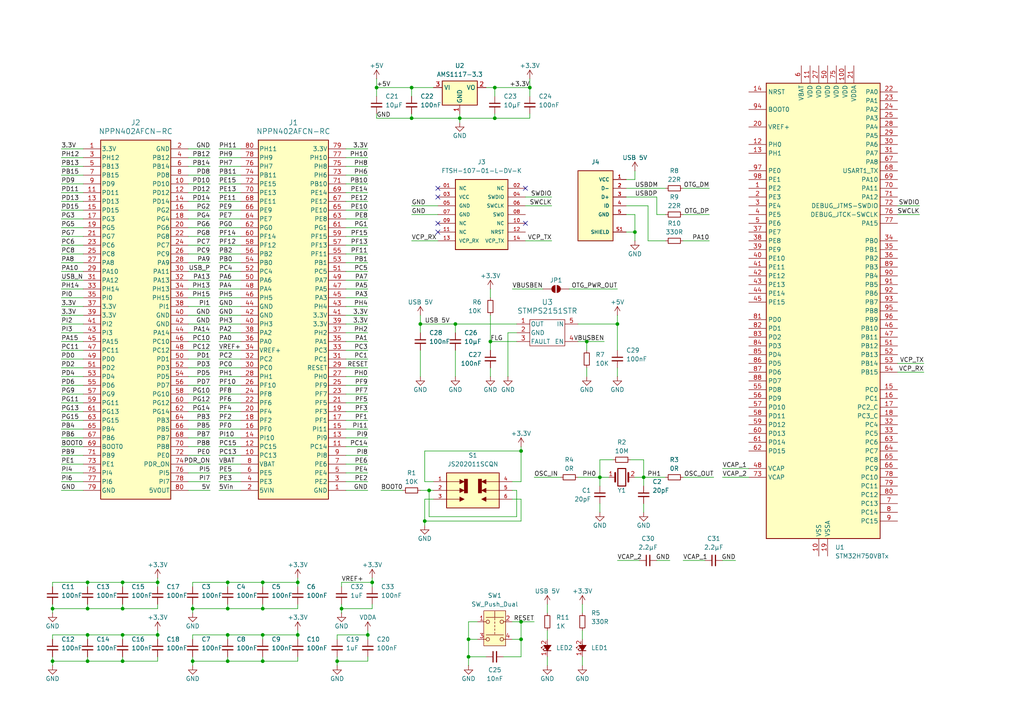
<source format=kicad_sch>
(kicad_sch (version 20231120) (generator "eeschema") (generator_version "8.0")
  (paper "A4")
  (title_block (title "MCU Daughter Board STM32H750VB Full Speed USB") (date "2024-11-10") (rev "0") (company "Synclavier Digital") (comment 3 "C. Jones") (comment 4 "© 2024 Synclavier Digital"))
  (junction (at 184.15 67.31))
  (junction (at 151.13 130.81))
  (junction (at 45.72 168.91))
  (junction (at 66.04 191.77))
  (junction (at 25.4 168.91))
  (junction (at 179.07 93.98))
  (junction (at 107.95 168.91))
  (junction (at 25.4 176.53))
  (junction (at 25.4 191.77))
  (junction (at 76.2 184.15))
  (junction (at 86.36 184.15))
  (junction (at 123.19 151.13))
  (junction (at 66.04 168.91))
  (junction (at 143.51 34.29))
  (junction (at 55.88 176.53))
  (junction (at 135.89 190.5))
  (junction (at 119.38 34.29))
  (junction (at 15.24 191.77))
  (junction (at 35.56 184.15))
  (junction (at 97.79 191.77))
  (junction (at 151.13 185.42))
  (junction (at 25.4 184.15))
  (junction (at 76.2 176.53))
  (junction (at 106.68 184.15))
  (junction (at 135.89 185.42))
  (junction (at 86.36 168.91))
  (junction (at 35.56 176.53))
  (junction (at 121.92 93.98))
  (junction (at 133.35 34.29))
  (junction (at 173.99 138.43))
  (junction (at 76.2 191.77))
  (junction (at 119.38 25.4))
  (junction (at 132.08 93.98))
  (junction (at 35.56 168.91))
  (junction (at 170.18 99.06))
  (junction (at 109.22 25.4))
  (junction (at 99.06 176.53))
  (junction (at 35.56 191.77))
  (junction (at 76.2 168.91))
  (junction (at 142.24 99.06))
  (junction (at 55.88 191.77))
  (junction (at 124.46 142.24))
  (junction (at 66.04 176.53))
  (junction (at 15.24 176.53))
  (junction (at 143.51 25.4))
  (junction (at 153.67 25.4))
  (junction (at 186.69 138.43))
  (junction (at 66.04 184.15))
  (junction (at 151.13 180.34))
  (junction (at 45.72 184.15))
  (no_connect (at 127 67.31))
  (no_connect (at 152.4 54.61))
  (no_connect (at 127 64.77))
  (no_connect (at 152.4 64.77))
  (no_connect (at 127 54.61))
  (no_connect (at 127 57.15))
  (wire (pts (xy 158.75 175.26) (xy 158.75 177.8)))
  (wire (pts (xy 24.13 53.34) (xy 17.78 53.34)))
  (wire (pts (xy 123.19 151.13) (xy 123.19 152.4)))
  (wire (pts (xy 55.88 191.77) (xy 55.88 193.04)))
  (wire (pts (xy 151.13 190.5) (xy 151.13 185.42)))
  (wire (pts (xy 100.33 88.9) (xy 106.68 88.9)))
  (wire (pts (xy 187.96 59.69) (xy 187.96 69.85)))
  (wire (pts (xy 66.04 184.15) (xy 76.2 184.15)))
  (wire (pts (xy 60.96 91.44) (xy 54.61 91.44)))
  (wire (pts (xy 45.72 190.5) (xy 45.72 191.77)))
  (wire (pts (xy 45.72 184.15) (xy 45.72 185.42)))
  (wire (pts (xy 25.4 168.91) (xy 25.4 170.18)))
  (wire (pts (xy 142.24 99.06) (xy 142.24 101.6)))
  (wire (pts (xy 63.5 81.28) (xy 69.85 81.28)))
  (wire (pts (xy 60.96 139.7) (xy 54.61 139.7)))
  (wire (pts (xy 76.2 190.5) (xy 76.2 191.77)))
  (wire (pts (xy 100.33 124.46) (xy 106.68 124.46)))
  (wire (pts (xy 119.38 62.23) (xy 127 62.23)))
  (wire (pts (xy 151.13 180.34) (xy 151.13 185.42)))
  (wire (pts (xy 60.96 58.42) (xy 54.61 58.42)))
  (wire (pts (xy 170.18 99.06) (xy 175.26 99.06)))
  (wire (pts (xy 55.88 176.53) (xy 66.04 176.53)))
  (wire (pts (xy 35.56 184.15) (xy 45.72 184.15)))
  (wire (pts (xy 60.96 53.34) (xy 54.61 53.34)))
  (wire (pts (xy 60.96 66.04) (xy 54.61 66.04)))
  (wire (pts (xy 60.96 127) (xy 54.61 127)))
  (wire (pts (xy 109.22 25.4) (xy 119.38 25.4)))
  (wire (pts (xy 142.24 91.44) (xy 142.24 99.06)))
  (wire (pts (xy 99.06 175.26) (xy 99.06 176.53)))
  (wire (pts (xy 100.33 96.52) (xy 106.68 96.52)))
  (wire (pts (xy 209.55 162.56) (xy 213.36 162.56)))
  (wire (pts (xy 182.88 133.35) (xy 186.69 133.35)))
  (wire (pts (xy 63.5 106.68) (xy 69.85 106.68)))
  (wire (pts (xy 63.5 114.3) (xy 69.85 114.3)))
  (wire (pts (xy 60.96 134.62) (xy 54.61 134.62)))
  (wire (pts (xy 168.91 175.26) (xy 168.91 177.8)))
  (wire (pts (xy 106.68 182.88) (xy 106.68 184.15)))
  (wire (pts (xy 24.13 96.52) (xy 17.78 96.52)))
  (wire (pts (xy 63.5 139.7) (xy 69.85 139.7)))
  (wire (pts (xy 63.5 142.24) (xy 69.85 142.24)))
  (wire (pts (xy 24.13 116.84) (xy 17.78 116.84)))
  (wire (pts (xy 186.69 138.43) (xy 186.69 140.97)))
  (wire (pts (xy 24.13 111.76) (xy 17.78 111.76)))
  (wire (pts (xy 143.51 33.02) (xy 143.51 34.29)))
  (wire (pts (xy 123.19 151.13) (xy 151.13 151.13)))
  (wire (pts (xy 24.13 66.04) (xy 17.78 66.04)))
  (wire (pts (xy 55.88 170.18) (xy 55.88 168.91)))
  (wire (pts (xy 152.4 57.15) (xy 160.02 57.15)))
  (wire (pts (xy 149.86 149.86) (xy 124.46 149.86)))
  (wire (pts (xy 63.5 73.66) (xy 69.85 73.66)))
  (wire (pts (xy 60.96 104.14) (xy 54.61 104.14)))
  (wire (pts (xy 100.33 114.3) (xy 106.68 114.3)))
  (wire (pts (xy 63.5 111.76) (xy 69.85 111.76)))
  (wire (pts (xy 63.5 132.08) (xy 69.85 132.08)))
  (wire (pts (xy 100.33 73.66) (xy 106.68 73.66)))
  (wire (pts (xy 63.5 45.72) (xy 69.85 45.72)))
  (wire (pts (xy 142.24 99.06) (xy 149.86 99.06)))
  (wire (pts (xy 63.5 96.52) (xy 69.85 96.52)))
  (wire (pts (xy 140.97 25.4) (xy 143.51 25.4)))
  (wire (pts (xy 173.99 133.35) (xy 173.99 138.43)))
  (wire (pts (xy 60.96 114.3) (xy 54.61 114.3)))
  (wire (pts (xy 25.4 184.15) (xy 35.56 184.15)))
  (wire (pts (xy 60.96 63.5) (xy 54.61 63.5)))
  (wire (pts (xy 153.67 34.29) (xy 143.51 34.29)))
  (wire (pts (xy 60.96 96.52) (xy 54.61 96.52)))
  (wire (pts (xy 100.33 104.14) (xy 106.68 104.14)))
  (wire (pts (xy 148.59 83.82) (xy 157.48 83.82)))
  (wire (pts (xy 86.36 182.88) (xy 86.36 184.15)))
  (wire (pts (xy 63.5 116.84) (xy 69.85 116.84)))
  (wire (pts (xy 170.18 106.68) (xy 170.18 109.22)))
  (wire (pts (xy 179.07 162.56) (xy 185.42 162.56)))
  (wire (pts (xy 132.08 93.98) (xy 121.92 93.98)))
  (wire (pts (xy 24.13 139.7) (xy 17.78 139.7)))
  (wire (pts (xy 125.73 144.78) (xy 123.19 144.78)))
  (wire (pts (xy 63.5 63.5) (xy 69.85 63.5)))
  (wire (pts (xy 66.04 190.5) (xy 66.04 191.77)))
  (wire (pts (xy 148.59 139.7) (xy 151.13 139.7)))
  (wire (pts (xy 177.8 133.35) (xy 173.99 133.35)))
  (wire (pts (xy 25.4 175.26) (xy 25.4 176.53)))
  (wire (pts (xy 35.56 168.91) (xy 35.56 170.18)))
  (wire (pts (xy 100.33 127) (xy 106.68 127)))
  (wire (pts (xy 135.89 185.42) (xy 138.43 185.42)))
  (wire (pts (xy 15.24 185.42) (xy 15.24 184.15)))
  (wire (pts (xy 100.33 68.58) (xy 106.68 68.58)))
  (wire (pts (xy 179.07 106.68) (xy 179.07 109.22)))
  (wire (pts (xy 60.96 78.74) (xy 54.61 78.74)))
  (wire (pts (xy 147.32 96.52) (xy 147.32 109.22)))
  (wire (pts (xy 198.12 69.85) (xy 205.74 69.85)))
  (wire (pts (xy 24.13 73.66) (xy 17.78 73.66)))
  (wire (pts (xy 146.05 190.5) (xy 151.13 190.5)))
  (wire (pts (xy 121.92 142.24) (xy 124.46 142.24)))
  (wire (pts (xy 187.96 69.85) (xy 193.04 69.85)))
  (wire (pts (xy 35.56 184.15) (xy 35.56 185.42)))
  (wire (pts (xy 181.61 59.69) (xy 187.96 59.69)))
  (wire (pts (xy 100.33 111.76) (xy 106.68 111.76)))
  (wire (pts (xy 15.24 176.53) (xy 25.4 176.53)))
  (wire (pts (xy 121.92 93.98) (xy 121.92 96.52)))
  (wire (pts (xy 55.88 190.5) (xy 55.88 191.77)))
  (wire (pts (xy 45.72 167.64) (xy 45.72 168.91)))
  (wire (pts (xy 143.51 25.4) (xy 153.67 25.4)))
  (wire (pts (xy 100.33 55.88) (xy 106.68 55.88)))
  (wire (pts (xy 97.79 184.15) (xy 106.68 184.15)))
  (wire (pts (xy 179.07 93.98) (xy 179.07 101.6)))
  (wire (pts (xy 124.46 149.86) (xy 124.46 142.24)))
  (wire (pts (xy 167.64 99.06) (xy 170.18 99.06)))
  (wire (pts (xy 100.33 81.28) (xy 106.68 81.28)))
  (wire (pts (xy 63.5 71.12) (xy 69.85 71.12)))
  (wire (pts (xy 63.5 93.98) (xy 69.85 93.98)))
  (wire (pts (xy 100.33 99.06) (xy 106.68 99.06)))
  (wire (pts (xy 63.5 68.58) (xy 69.85 68.58)))
  (wire (pts (xy 125.73 139.7) (xy 123.19 139.7)))
  (wire (pts (xy 55.88 184.15) (xy 66.04 184.15)))
  (wire (pts (xy 152.4 59.69) (xy 160.02 59.69)))
  (wire (pts (xy 66.04 184.15) (xy 66.04 185.42)))
  (wire (pts (xy 179.07 91.44) (xy 179.07 93.98)))
  (wire (pts (xy 60.96 106.68) (xy 54.61 106.68)))
  (wire (pts (xy 135.89 190.5) (xy 135.89 193.04)))
  (wire (pts (xy 100.33 48.26) (xy 106.68 48.26)))
  (wire (pts (xy 55.88 175.26) (xy 55.88 176.53)))
  (wire (pts (xy 24.13 86.36) (xy 17.78 86.36)))
  (wire (pts (xy 35.56 175.26) (xy 35.56 176.53)))
  (wire (pts (xy 100.33 109.22) (xy 106.68 109.22)))
  (wire (pts (xy 63.5 60.96) (xy 69.85 60.96)))
  (wire (pts (xy 15.24 175.26) (xy 15.24 176.53)))
  (wire (pts (xy 153.67 33.02) (xy 153.67 34.29)))
  (wire (pts (xy 124.46 142.24) (xy 125.73 142.24)))
  (wire (pts (xy 60.96 111.76) (xy 54.61 111.76)))
  (wire (pts (xy 24.13 119.38) (xy 17.78 119.38)))
  (wire (pts (xy 148.59 180.34) (xy 151.13 180.34)))
  (wire (pts (xy 63.5 127) (xy 69.85 127)))
  (wire (pts (xy 107.95 167.64) (xy 107.95 168.91)))
  (wire (pts (xy 260.35 59.69) (xy 266.7 59.69)))
  (wire (pts (xy 60.96 43.18) (xy 54.61 43.18)))
  (wire (pts (xy 35.56 190.5) (xy 35.56 191.77)))
  (wire (pts (xy 181.61 52.07) (xy 184.15 52.07)))
  (wire (pts (xy 24.13 106.68) (xy 17.78 106.68)))
  (wire (pts (xy 143.51 25.4) (xy 143.51 27.94)))
  (wire (pts (xy 100.33 137.16) (xy 106.68 137.16)))
  (wire (pts (xy 76.2 168.91) (xy 76.2 170.18)))
  (wire (pts (xy 24.13 99.06) (xy 17.78 99.06)))
  (wire (pts (xy 86.36 184.15) (xy 86.36 185.42)))
  (wire (pts (xy 100.33 91.44) (xy 106.68 91.44)))
  (wire (pts (xy 24.13 91.44) (xy 17.78 91.44)))
  (wire (pts (xy 198.12 162.56) (xy 204.47 162.56)))
  (wire (pts (xy 106.68 184.15) (xy 106.68 185.42)))
  (wire (pts (xy 24.13 83.82) (xy 17.78 83.82)))
  (wire (pts (xy 260.35 107.95) (xy 267.97 107.95)))
  (wire (pts (xy 60.96 142.24) (xy 54.61 142.24)))
  (wire (pts (xy 15.24 190.5) (xy 15.24 191.77)))
  (wire (pts (xy 100.33 116.84) (xy 106.68 116.84)))
  (wire (pts (xy 45.72 168.91) (xy 45.72 170.18)))
  (wire (pts (xy 100.33 132.08) (xy 106.68 132.08)))
  (wire (pts (xy 97.79 190.5) (xy 97.79 191.77)))
  (wire (pts (xy 63.5 50.8) (xy 69.85 50.8)))
  (wire (pts (xy 100.33 129.54) (xy 106.68 129.54)))
  (wire (pts (xy 63.5 121.92) (xy 69.85 121.92)))
  (wire (pts (xy 167.64 93.98) (xy 179.07 93.98)))
  (wire (pts (xy 140.97 190.5) (xy 135.89 190.5)))
  (wire (pts (xy 24.13 58.42) (xy 17.78 58.42)))
  (wire (pts (xy 153.67 22.86) (xy 153.67 25.4)))
  (wire (pts (xy 24.13 45.72) (xy 17.78 45.72)))
  (wire (pts (xy 100.33 78.74) (xy 106.68 78.74)))
  (wire (pts (xy 63.5 109.22) (xy 69.85 109.22)))
  (wire (pts (xy 154.94 138.43) (xy 162.56 138.43)))
  (wire (pts (xy 24.13 88.9) (xy 17.78 88.9)))
  (wire (pts (xy 100.33 50.8) (xy 106.68 50.8)))
  (wire (pts (xy 119.38 25.4) (xy 125.73 25.4)))
  (wire (pts (xy 15.24 191.77) (xy 25.4 191.77)))
  (wire (pts (xy 143.51 34.29) (xy 133.35 34.29)))
  (wire (pts (xy 170.18 99.06) (xy 170.18 101.6)))
  (wire (pts (xy 24.13 78.74) (xy 17.78 78.74)))
  (wire (pts (xy 86.36 190.5) (xy 86.36 191.77)))
  (wire (pts (xy 24.13 76.2) (xy 17.78 76.2)))
  (wire (pts (xy 63.5 86.36) (xy 69.85 86.36)))
  (wire (pts (xy 86.36 175.26) (xy 86.36 176.53)))
  (wire (pts (xy 186.69 146.05) (xy 186.69 148.59)))
  (wire (pts (xy 173.99 138.43) (xy 176.53 138.43)))
  (wire (pts (xy 168.91 182.88) (xy 168.91 185.42)))
  (wire (pts (xy 151.13 139.7) (xy 151.13 130.81)))
  (wire (pts (xy 63.5 101.6) (xy 69.85 101.6)))
  (wire (pts (xy 55.88 185.42) (xy 55.88 184.15)))
  (wire (pts (xy 100.33 119.38) (xy 106.68 119.38)))
  (wire (pts (xy 100.33 63.5) (xy 106.68 63.5)))
  (wire (pts (xy 99.06 170.18) (xy 99.06 168.91)))
  (wire (pts (xy 60.96 132.08) (xy 54.61 132.08)))
  (wire (pts (xy 181.61 54.61) (xy 193.04 54.61)))
  (wire (pts (xy 24.13 81.28) (xy 17.78 81.28)))
  (wire (pts (xy 99.06 177.8) (xy 99.06 176.53)))
  (wire (pts (xy 45.72 182.88) (xy 45.72 184.15)))
  (wire (pts (xy 100.33 76.2) (xy 106.68 76.2)))
  (wire (pts (xy 24.13 134.62) (xy 17.78 134.62)))
  (wire (pts (xy 24.13 109.22) (xy 17.78 109.22)))
  (wire (pts (xy 121.92 101.6) (xy 121.92 109.22)))
  (wire (pts (xy 24.13 121.92) (xy 17.78 121.92)))
  (wire (pts (xy 100.33 121.92) (xy 106.68 121.92)))
  (wire (pts (xy 153.67 25.4) (xy 153.67 27.94)))
  (wire (pts (xy 165.1 83.82) (xy 179.07 83.82)))
  (wire (pts (xy 24.13 132.08) (xy 17.78 132.08)))
  (wire (pts (xy 109.22 22.86) (xy 109.22 25.4)))
  (wire (pts (xy 63.5 83.82) (xy 69.85 83.82)))
  (wire (pts (xy 66.04 191.77) (xy 76.2 191.77)))
  (wire (pts (xy 133.35 34.29) (xy 119.38 34.29)))
  (wire (pts (xy 260.35 105.41) (xy 267.97 105.41)))
  (wire (pts (xy 173.99 146.05) (xy 173.99 148.59)))
  (wire (pts (xy 35.56 191.77) (xy 45.72 191.77)))
  (wire (pts (xy 158.75 190.5) (xy 158.75 193.04)))
  (wire (pts (xy 152.4 69.85) (xy 160.02 69.85)))
  (wire (pts (xy 173.99 138.43) (xy 173.99 140.97)))
  (wire (pts (xy 184.15 52.07) (xy 184.15 49.53)))
  (wire (pts (xy 63.5 124.46) (xy 69.85 124.46)))
  (wire (pts (xy 97.79 185.42) (xy 97.79 184.15)))
  (wire (pts (xy 148.59 142.24) (xy 149.86 142.24)))
  (wire (pts (xy 45.72 175.26) (xy 45.72 176.53)))
  (wire (pts (xy 60.96 124.46) (xy 54.61 124.46)))
  (wire (pts (xy 106.68 190.5) (xy 106.68 191.77)))
  (wire (pts (xy 63.5 104.14) (xy 69.85 104.14)))
  (wire (pts (xy 25.4 190.5) (xy 25.4 191.77)))
  (wire (pts (xy 123.19 130.81) (xy 123.19 139.7)))
  (wire (pts (xy 24.13 71.12) (xy 17.78 71.12)))
  (wire (pts (xy 24.13 129.54) (xy 17.78 129.54)))
  (wire (pts (xy 149.86 96.52) (xy 147.32 96.52)))
  (wire (pts (xy 76.2 168.91) (xy 86.36 168.91)))
  (wire (pts (xy 100.33 43.18) (xy 106.68 43.18)))
  (wire (pts (xy 123.19 144.78) (xy 123.19 151.13)))
  (wire (pts (xy 168.91 190.5) (xy 168.91 193.04)))
  (wire (pts (xy 60.96 119.38) (xy 54.61 119.38)))
  (wire (pts (xy 60.96 129.54) (xy 54.61 129.54)))
  (wire (pts (xy 66.04 168.91) (xy 76.2 168.91)))
  (wire (pts (xy 151.13 144.78) (xy 151.13 151.13)))
  (wire (pts (xy 209.55 135.89) (xy 217.17 135.89)))
  (wire (pts (xy 66.04 168.91) (xy 66.04 170.18)))
  (wire (pts (xy 63.5 43.18) (xy 69.85 43.18)))
  (wire (pts (xy 35.56 176.53) (xy 45.72 176.53)))
  (wire (pts (xy 100.33 142.24) (xy 106.68 142.24)))
  (wire (pts (xy 60.96 81.28) (xy 54.61 81.28)))
  (wire (pts (xy 107.95 176.53) (xy 99.06 176.53)))
  (wire (pts (xy 25.4 176.53) (xy 35.56 176.53)))
  (wire (pts (xy 184.15 67.31) (xy 184.15 69.85)))
  (wire (pts (xy 24.13 55.88) (xy 17.78 55.88)))
  (wire (pts (xy 60.96 121.92) (xy 54.61 121.92)))
  (wire (pts (xy 100.33 53.34) (xy 106.68 53.34)))
  (wire (pts (xy 63.5 91.44) (xy 69.85 91.44)))
  (wire (pts (xy 15.24 184.15) (xy 25.4 184.15)))
  (wire (pts (xy 60.96 99.06) (xy 54.61 99.06)))
  (wire (pts (xy 63.5 134.62) (xy 69.85 134.62)))
  (wire (pts (xy 63.5 53.34) (xy 69.85 53.34)))
  (wire (pts (xy 135.89 180.34) (xy 135.89 185.42)))
  (wire (pts (xy 100.33 101.6) (xy 106.68 101.6)))
  (wire (pts (xy 76.2 184.15) (xy 76.2 185.42)))
  (wire (pts (xy 132.08 93.98) (xy 149.86 93.98)))
  (wire (pts (xy 110.49 142.24) (xy 116.84 142.24)))
  (wire (pts (xy 148.59 144.78) (xy 151.13 144.78)))
  (wire (pts (xy 15.24 170.18) (xy 15.24 168.91)))
  (wire (pts (xy 142.24 83.82) (xy 142.24 86.36)))
  (wire (pts (xy 100.33 106.68) (xy 106.68 106.68)))
  (wire (pts (xy 60.96 73.66) (xy 54.61 73.66)))
  (wire (pts (xy 60.96 60.96) (xy 54.61 60.96)))
  (wire (pts (xy 25.4 191.77) (xy 35.56 191.77)))
  (wire (pts (xy 24.13 68.58) (xy 17.78 68.58)))
  (wire (pts (xy 60.96 71.12) (xy 54.61 71.12)))
  (wire (pts (xy 100.33 71.12) (xy 106.68 71.12)))
  (wire (pts (xy 24.13 104.14) (xy 17.78 104.14)))
  (wire (pts (xy 151.13 130.81) (xy 123.19 130.81)))
  (wire (pts (xy 60.96 101.6) (xy 54.61 101.6)))
  (wire (pts (xy 66.04 175.26) (xy 66.04 176.53)))
  (wire (pts (xy 25.4 168.91) (xy 35.56 168.91)))
  (wire (pts (xy 186.69 138.43) (xy 193.04 138.43)))
  (wire (pts (xy 149.86 142.24) (xy 149.86 149.86)))
  (wire (pts (xy 60.96 55.88) (xy 54.61 55.88)))
  (wire (pts (xy 24.13 50.8) (xy 17.78 50.8)))
  (wire (pts (xy 100.33 134.62) (xy 106.68 134.62)))
  (wire (pts (xy 60.96 76.2) (xy 54.61 76.2)))
  (wire (pts (xy 190.5 62.23) (xy 193.04 62.23)))
  (wire (pts (xy 121.92 91.44) (xy 121.92 93.98)))
  (wire (pts (xy 76.2 175.26) (xy 76.2 176.53)))
  (wire (pts (xy 60.96 68.58) (xy 54.61 68.58)))
  (wire (pts (xy 107.95 175.26) (xy 107.95 176.53)))
  (wire (pts (xy 24.13 114.3) (xy 17.78 114.3)))
  (wire (pts (xy 86.36 168.91) (xy 86.36 170.18)))
  (wire (pts (xy 138.43 180.34) (xy 135.89 180.34)))
  (wire (pts (xy 60.96 45.72) (xy 54.61 45.72)))
  (wire (pts (xy 100.33 139.7) (xy 106.68 139.7)))
  (wire (pts (xy 15.24 176.53) (xy 15.24 177.8)))
  (wire (pts (xy 119.38 69.85) (xy 127 69.85)))
  (wire (pts (xy 151.13 129.54) (xy 151.13 130.81)))
  (wire (pts (xy 60.96 137.16) (xy 54.61 137.16)))
  (wire (pts (xy 198.12 138.43) (xy 207.01 138.43)))
  (wire (pts (xy 100.33 93.98) (xy 106.68 93.98)))
  (wire (pts (xy 60.96 93.98) (xy 54.61 93.98)))
  (wire (pts (xy 184.15 62.23) (xy 184.15 67.31)))
  (wire (pts (xy 76.2 191.77) (xy 86.36 191.77)))
  (wire (pts (xy 60.96 48.26) (xy 54.61 48.26)))
  (wire (pts (xy 181.61 67.31) (xy 184.15 67.31)))
  (wire (pts (xy 66.04 176.53) (xy 76.2 176.53)))
  (wire (pts (xy 158.75 182.88) (xy 158.75 185.42)))
  (wire (pts (xy 151.13 180.34) (xy 154.94 180.34)))
  (wire (pts (xy 167.64 138.43) (xy 173.99 138.43)))
  (wire (pts (xy 15.24 191.77) (xy 15.24 193.04)))
  (wire (pts (xy 119.38 34.29) (xy 109.22 34.29)))
  (wire (pts (xy 100.33 86.36) (xy 106.68 86.36)))
  (wire (pts (xy 132.08 101.6) (xy 132.08 109.22)))
  (wire (pts (xy 181.61 57.15) (xy 190.5 57.15)))
  (wire (pts (xy 60.96 109.22) (xy 54.61 109.22)))
  (wire (pts (xy 100.33 45.72) (xy 106.68 45.72)))
  (wire (pts (xy 24.13 93.98) (xy 17.78 93.98)))
  (wire (pts (xy 107.95 168.91) (xy 99.06 168.91)))
  (wire (pts (xy 86.36 167.64) (xy 86.36 168.91)))
  (wire (pts (xy 100.33 83.82) (xy 106.68 83.82)))
  (wire (pts (xy 198.12 62.23) (xy 205.74 62.23)))
  (wire (pts (xy 24.13 43.18) (xy 17.78 43.18)))
  (wire (pts (xy 186.69 133.35) (xy 186.69 138.43)))
  (wire (pts (xy 55.88 168.91) (xy 66.04 168.91)))
  (wire (pts (xy 55.88 191.77) (xy 66.04 191.77)))
  (wire (pts (xy 132.08 93.98) (xy 132.08 96.52)))
  (wire (pts (xy 63.5 137.16) (xy 69.85 137.16)))
  (wire (pts (xy 190.5 162.56) (xy 194.31 162.56)))
  (wire (pts (xy 198.12 54.61) (xy 205.74 54.61)))
  (wire (pts (xy 184.15 138.43) (xy 186.69 138.43)))
  (wire (pts (xy 60.96 83.82) (xy 54.61 83.82)))
  (wire (pts (xy 24.13 142.24) (xy 17.78 142.24)))
  (wire (pts (xy 24.13 48.26) (xy 17.78 48.26)))
  (wire (pts (xy 24.13 124.46) (xy 17.78 124.46)))
  (wire (pts (xy 24.13 60.96) (xy 17.78 60.96)))
  (wire (pts (xy 60.96 116.84) (xy 54.61 116.84)))
  (wire (pts (xy 209.55 138.43) (xy 217.17 138.43)))
  (wire (pts (xy 25.4 184.15) (xy 25.4 185.42)))
  (wire (pts (xy 63.5 78.74) (xy 69.85 78.74)))
  (wire (pts (xy 107.95 168.91) (xy 107.95 170.18)))
  (wire (pts (xy 60.96 88.9) (xy 54.61 88.9)))
  (wire (pts (xy 63.5 119.38) (xy 69.85 119.38)))
  (wire (pts (xy 35.56 168.91) (xy 45.72 168.91)))
  (wire (pts (xy 100.33 66.04) (xy 106.68 66.04)))
  (wire (pts (xy 63.5 48.26) (xy 69.85 48.26)))
  (wire (pts (xy 24.13 137.16) (xy 17.78 137.16)))
  (wire (pts (xy 76.2 176.53) (xy 86.36 176.53)))
  (wire (pts (xy 60.96 86.36) (xy 54.61 86.36)))
  (wire (pts (xy 24.13 101.6) (xy 17.78 101.6)))
  (wire (pts (xy 109.22 33.02) (xy 109.22 34.29)))
  (wire (pts (xy 119.38 25.4) (xy 119.38 27.94)))
  (wire (pts (xy 119.38 33.02) (xy 119.38 34.29)))
  (wire (pts (xy 63.5 66.04) (xy 69.85 66.04)))
  (wire (pts (xy 100.33 60.96) (xy 106.68 60.96)))
  (wire (pts (xy 24.13 63.5) (xy 17.78 63.5)))
  (wire (pts (xy 135.89 185.42) (xy 135.89 190.5)))
  (wire (pts (xy 24.13 127) (xy 17.78 127)))
  (wire (pts (xy 119.38 59.69) (xy 127 59.69)))
  (wire (pts (xy 55.88 176.53) (xy 55.88 177.8)))
  (wire (pts (xy 190.5 57.15) (xy 190.5 62.23)))
  (wire (pts (xy 181.61 62.23) (xy 184.15 62.23)))
  (wire (pts (xy 63.5 58.42) (xy 69.85 58.42)))
  (wire (pts (xy 76.2 184.15) (xy 86.36 184.15)))
  (wire (pts (xy 133.35 33.02) (xy 133.35 34.29)))
  (wire (pts (xy 142.24 106.68) (xy 142.24 109.22)))
  (wire (pts (xy 100.33 58.42) (xy 106.68 58.42)))
  (wire (pts (xy 106.68 191.77) (xy 97.79 191.77)))
  (wire (pts (xy 97.79 191.77) (xy 97.79 193.04)))
  (wire (pts (xy 63.5 55.88) (xy 69.85 55.88)))
  (wire (pts (xy 63.5 76.2) (xy 69.85 76.2)))
  (wire (pts (xy 148.59 185.42) (xy 151.13 185.42)))
  (wire (pts (xy 63.5 88.9) (xy 69.85 88.9)))
  (wire (pts (xy 63.5 129.54) (xy 69.85 129.54)))
  (wire (pts (xy 15.24 168.91) (xy 25.4 168.91)))
  (wire (pts (xy 60.96 50.8) (xy 54.61 50.8)))
  (wire (pts (xy 109.22 27.94) (xy 109.22 25.4)))
  (wire (pts (xy 63.5 99.06) (xy 69.85 99.06)))
  (wire (pts (xy 133.35 34.29) (xy 133.35 35.56)))
  (wire (pts (xy 260.35 62.23) (xy 266.7 62.23)))
  (label "PA2" (at 63.5 96.52 0))
  (label "PC1" (at 106.68 104.14 180))
  (label "PI3" (at 17.78 96.52 0))
  (label "PD0" (at 17.78 104.14 0))
  (label "PG13" (at 17.78 119.38 0))
  (label "VCP_TX" (at 160.02 69.85 180))
  (label "PG9" (at 17.78 114.3 0))
  (label "PE14" (at 106.68 55.88 180))
  (label "PH14" (at 17.78 83.82 0))
  (label "PF15" (at 106.68 68.58 180))
  (label "BOOT0" (at 110.49 142.24 0))
  (label "PC13" (at 63.5 132.08 0))
  (label "PB10" (at 106.68 53.34 180))
  (label "PA10" (at 205.74 69.85 180))
  (label "PI7" (at 60.96 139.7 180))
  (label "PC5" (at 106.68 78.74 180))
  (label "PA14" (at 60.96 96.52 180))
  (label "VBUSBEN" (at 148.59 83.82 0))
  (label "GND" (at 63.5 91.44 0))
  (label "RESET" (at 154.94 180.34 180))
  (label "PH7" (at 63.5 48.26 0))
  (label "5V" (at 60.96 142.24 180))
  (label "PD1" (at 60.96 104.14 180))
  (label "VCAP_2" (at 209.55 138.43 0))
  (label "PE4" (at 106.68 137.16 180))
  (label "PA3" (at 106.68 86.36 180))
  (label "PH3" (at 63.5 93.98 0))
  (label "RESET" (at 106.68 106.68 180))
  (label "PA0" (at 63.5 99.06 0))
  (label "GND" (at 60.96 91.44 180))
  (label "PB1" (at 106.68 76.2 180))
  (label "PA7" (at 106.68 81.28 180))
  (label "VCP_RX" (at 119.38 69.85 0))
  (label "PI2" (at 17.78 93.98 0))
  (label "PD15" (at 17.78 60.96 0))
  (label "PDR_ON" (at 60.96 134.62 180))
  (label "PG3" (at 17.78 63.5 0))
  (label "GND" (at 60.96 93.98 180))
  (label "PE10" (at 106.68 60.96 180))
  (label "PI11" (at 106.68 124.46 180))
  (label "PE12" (at 106.68 58.42 180))
  (label "GND" (at 119.38 59.69 0))
  (label "PG10" (at 60.96 114.3 180))
  (label "PC9" (at 60.96 73.66 180))
  (label "PF2" (at 63.5 121.92 0))
  (label "PA6" (at 63.5 81.28 0))
  (label "GND" (at 60.96 43.18 180))
  (label "PE6" (at 106.68 134.62 180))
  (label "PH12" (at 17.78 45.72 0))
  (label "PI4" (at 17.78 137.16 0))
  (label "OSC_IN" (at 154.94 138.43 0))
  (label "PA5" (at 106.68 83.82 180))
  (label "PB3" (at 60.96 121.92 180))
  (label "PD9" (at 17.78 53.34 0))
  (label "PA15" (at 17.78 99.06 0))
  (label "3.3V" (at 106.68 93.98 180))
  (label "PG2" (at 60.96 60.96 180))
  (label "USB 5V" (at 123.19 93.98 0))
  (label "PB13" (at 17.78 48.26 0))
  (label "VCAP_1" (at 209.55 135.89 0))
  (label "USBDP" (at 184.15 57.15 0))
  (label "PG1" (at 106.68 66.04 180))
  (label "PH1" (at 63.5 109.22 0))
  (label "PF14" (at 63.5 68.58 0))
  (label "OTG_DP" (at 205.74 62.23 180))
  (label "+3.3V" (at 153.67 25.4 180))
  (label "PD12" (at 60.96 55.88 180))
  (label "VBAT" (at 63.5 134.62 0))
  (label "PD11" (at 17.78 55.88 0))
  (label "PI8" (at 106.68 132.08 180))
  (label "PH11" (at 63.5 43.18 0))
  (label "PH1" (at 191.77 138.43 180))
  (label "PC12" (at 60.96 101.6 180))
  (label "PH9" (at 63.5 45.72 0))
  (label "PB7" (at 60.96 127 180))
  (label "PD13" (at 17.78 58.42 0))
  (label "PC0" (at 63.5 106.68 0))
  (label "PH2" (at 106.68 96.52 180))
  (label "PB15" (at 17.78 50.8 0))
  (label "PA9" (at 60.96 76.2 180))
  (label "PH10" (at 106.68 45.72 180))
  (label "PE9" (at 63.5 60.96 0))
  (label "PH0" (at 106.68 109.22 180))
  (label "PA13" (at 60.96 81.28 180))
  (label "PC8" (at 17.78 73.66 0))
  (label "PG6" (at 60.96 66.04 180))
  (label "PG11" (at 17.78 116.84 0))
  (label "SWDIO" (at 266.7 59.69 180))
  (label "PF4" (at 63.5 119.38 0))
  (label "PF1" (at 106.68 121.92 180))
  (label "PA10" (at 17.78 78.74 0))
  (label "PF0" (at 63.5 124.46 0))
  (label "PF10" (at 63.5 111.76 0))
  (label "PI5" (at 60.96 137.16 180))
  (label "SWDIO" (at 160.02 57.15 180))
  (label "PE13" (at 63.5 55.88 0))
  (label "PA4" (at 63.5 83.82 0))
  (label "GND" (at 119.38 62.23 0))
  (label "FLG" (at 142.24 99.06 0))
  (label "PB8" (at 60.96 129.54 180))
  (label "PE7" (at 63.5 63.5 0))
  (label "PD2" (at 17.78 106.68 0))
  (label "PF5" (at 106.68 116.84 180))
  (label "PD5" (at 60.96 109.22 180))
  (label "PA1" (at 106.68 99.06 180))
  (label "PC7" (at 60.96 71.12 180))
  (label "PD10" (at 60.96 53.34 180))
  (label "PI9" (at 106.68 127 180))
  (label "PH8" (at 106.68 48.26 180))
  (label "PE3" (at 63.5 139.7 0))
  (label "PG15" (at 17.78 121.92 0))
  (label "PF7" (at 106.68 114.3 180))
  (label "PC4" (at 63.5 78.74 0))
  (label "VREF+" (at 99.06 168.91 0))
  (label "PB0" (at 63.5 76.2 0))
  (label "VCP_TX" (at 267.97 105.41 180))
  (label "PB5" (at 60.96 124.46 180))
  (label "OTG_DM" (at 205.74 54.61 180))
  (label "GND" (at 63.5 88.9 0))
  (label "USB_N" (at 17.78 81.28 0))
  (label "OTG_PWR_OUT" (at 179.07 83.82 180))
  (label "PD7" (at 60.96 111.76 180))
  (label "PH4" (at 106.68 88.9 180))
  (label "PF3" (at 106.68 119.38 180))
  (label "PC3" (at 106.68 101.6 180))
  (label "PH5" (at 63.5 86.36 0))
  (label "PF9" (at 106.68 111.76 180))
  (label "PG12" (at 60.96 116.84 180))
  (label "PB6" (at 17.78 127 0))
  (label "VBUSBEN" (at 175.26 99.06 180))
  (label "BOOT0" (at 17.78 129.54 0))
  (label "PG7" (at 17.78 68.58 0))
  (label "3.3V" (at 17.78 43.18 0))
  (label "PD3" (at 60.96 106.68 180))
  (label "PD6" (at 17.78 111.76 0))
  (label "VCP_RX" (at 267.97 107.95 180))
  (label "PH0" (at 168.91 138.43 0))
  (label "5Vin" (at 63.5 142.24 0))
  (label "PI1" (at 60.96 88.9 180))
  (label "PD8" (at 60.96 50.8 180))
  (label "GND" (at 106.68 142.24 180))
  (label "PD4" (at 17.78 109.22 0))
  (label "VCAP_2" (at 179.07 162.56 0))
  (label "PB2" (at 63.5 73.66 0))
  (label "PG0" (at 63.5 66.04 0))
  (label "OSC_OUT" (at 207.01 138.43 180))
  (label "+5V" (at 109.22 25.4 0))
  (label "PI0" (at 17.78 86.36 0))
  (label "3.3V" (at 106.68 43.18 180))
  (label "PB9" (at 17.78 132.08 0))
  (label "PE1" (at 17.78 134.62 0))
  (label "PI10" (at 63.5 127 0))
  (label "PG5" (at 17.78 66.04 0))
  (label "3.3V" (at 17.78 91.44 0))
  (label "SWCLK" (at 160.02 59.69 180))
  (label "3.3V" (at 106.68 91.44 180))
  (label "PH15" (at 60.96 86.36 180))
  (label "GND" (at 213.36 162.56 180))
  (label "PB14" (at 60.96 48.26 180))
  (label "GND" (at 194.31 162.56 180))
  (label "GND" (at 17.78 142.24 0))
  (label "PF12" (at 63.5 71.12 0))
  (label "PE11" (at 63.5 58.42 0))
  (label "PG8" (at 60.96 68.58 180))
  (label "PC11" (at 17.78 101.6 0))
  (label "PG14" (at 60.96 119.38 180))
  (label "PC14" (at 106.68 129.54 180))
  (label "PB4" (at 17.78 124.46 0))
  (label "PF11" (at 106.68 73.66 180))
  (label "PC2" (at 63.5 104.14 0))
  (label "USBDM" (at 184.15 54.61 0))
  (label "PI6" (at 17.78 139.7 0))
  (label "PC15" (at 63.5 129.54 0))
  (label "SWCLK" (at 266.7 62.23 180))
  (label "GND" (at 109.22 34.29 0))
  (label "PA8" (at 17.78 76.2 0))
  (label "PH13" (at 60.96 83.82 180))
  (label "VREF+" (at 63.5 101.6 0))
  (label "PF8" (at 63.5 114.3 0))
  (label "PE15" (at 63.5 53.34 0))
  (label "PE2" (at 106.68 139.7 180))
  (label "PG4" (at 60.96 63.5 180))
  (label "PH6" (at 106.68 50.8 180))
  (label "3.3V" (at 17.78 88.9 0))
  (label "PE5" (at 63.5 137.16 0))
  (label "PE8" (at 106.68 63.5 180))
  (label "PB12" (at 60.96 45.72 180))
  (label "PC6" (at 17.78 71.12 0))
  (label "PF6" (at 63.5 116.84 0))
  (label "VCAP_1" (at 198.12 162.56 0))
  (label "PB11" (at 63.5 50.8 0))
  (label "PE0" (at 60.96 132.08 180))
  (label "USB_P" (at 60.96 78.74 180))
  (label "PD14" (at 60.96 58.42 180))
  (label "PF13" (at 106.68 71.12 180))
  (label "PC10" (at 60.96 99.06 180))
  (symbol (lib_id "power:GND") (at 179.07 109.22 0) (unit 1)
    (property "Reference" "#PWR027" (effects (hide yes)))
    (property "Value" "GND" (at 179.07 113.03 0))
    (property "Description" "Power symbol creates a global label with name \"GND\" , ground" (effects (hide yes)))
  )
  (symbol (lib_id "22L_CAPACITOR_SMD:1μF") (at 97.79 187.96 0) (unit 1)
    (property "Reference" "C19" (at 100.33 185.4262 0) (effects (justify left)))
    (property "Value" "1uF" (at 100.33 187.9662 0) (effects (justify left)))
    (property "Footprint" "22L_CAPACITOR_SMD:C0805_Long_Pad" (effects (hide yes)))
    (property "Datasheet" "https://mm.digikey.com/Volume0/opasdata/d220001/medias/docus/5660/3372_0805B105J250CC.pdf" (effects (hide yes)))
    (property "Description" "Unpolarized capacitor, small symbol" (effects (hide yes)))
    (property "Digikey part number" "3372-0805B105J250CCTR-ND" (effects (hide yes)))
  )
  (symbol (lib_id "22L_CAPACITOR_SMD:104") (at 25.4 187.96 0) (unit 1)
    (property "Reference" "C14" (at 27.94 185.4262 0) (effects (justify left)))
    (property "Value" "100nF" (at 27.94 187.9662 0) (effects (justify left)))
    (property "Footprint" "22L_CAPACITOR_SMD:C0805_Long_Pad" (effects (hide yes)))
    (property "Datasheet" "https://mm.digikey.com/Volume0/opasdata/d220001/medias/docus/4020/0805B104K500BD.pdf" (effects (hide yes)))
    (property "Description" "Unpolarized capacitor, small symbol" (effects (hide yes)))
    (property "Digikey part number" "3372-0805B104K500BDTR-ND" (effects (hide yes)))
  )
  (symbol (lib_id "22L_CAPACITOR_SMD:104") (at 119.38 30.48 0) (unit 1)
    (property "Reference" "C22" (at 121.92 27.9462 0) (effects (justify left)))
    (property "Value" "100nF" (at 121.92 30.4862 0) (effects (justify left)))
    (property "Footprint" "22L_CAPACITOR_SMD:C0805_Long_Pad" (effects (hide yes)))
    (property "Datasheet" "https://mm.digikey.com/Volume0/opasdata/d220001/medias/docus/4020/0805B104K500BD.pdf" (effects (hide yes)))
    (property "Description" "Unpolarized capacitor, small symbol" (effects (hide yes)))
    (property "Digikey part number" "3372-0805B104K500BDTR-ND" (effects (hide yes)))
  )
  (symbol (lib_id "22L_RESISTOR_SMD:22R") (at 195.58 62.23 90) (unit 1)
    (property "Reference" "R9" (at 195.58 57.15 90))
    (property "Value" "22R" (at 195.58 59.69 90))
    (property "Footprint" "22L_RESISTOR_SMD:R0805_Long_Pad" (effects (hide yes)))
    (property "Datasheet" "https://fscdn.rohm.com/en/products/databook/datasheet/passive/resistor/chip_resistor/ktr-e.pdf" (effects (hide yes)))
    (property "Description" "Resistor, small symbol" (effects (hide yes)))
    (property "Digikey part number" "RHM22BTR-ND" (effects (hide yes)))
  )
  (symbol (lib_id "22L_CAPACITOR_SMD:10μF") (at 109.22 30.48 0) (unit 1)
    (property "Reference" "C21" (at 111.76 27.9462 0) (effects (justify left)))
    (property "Value" "10μF" (at 111.76 30.4862 0) (effects (justify left)))
    (property "Footprint" "22L_CAPACITOR_SMD:C0805_Long_Pad" (effects (hide yes)))
    (property "Datasheet" "https://mm.digikey.com/Volume0/opasdata/d220001/medias/docus/5411/0805W106K250CC.pdf" (effects (hide yes)))
    (property "Description" "Unpolarized capacitor, small symbol" (effects (hide yes)))
    (property "Digikey part number" "3372-0805W106K250CCTR-ND" (effects (hide yes)))
  )
  (symbol (lib_id "power:VDDA") (at 106.68 182.88 0) (unit 1)
    (property "Reference" "#PWR13" (effects (hide yes)))
    (property "Value" "VDDA" (at 106.68 179.07 0))
    (property "Description" "Power symbol creates a global label with name \"VDDA\"" (effects (hide yes)))
  )
  (symbol (lib_id "power:GND") (at 123.19 152.4 0) (unit 1)
    (property "Reference" "#PWR2" (effects (hide yes)))
    (property "Value" "GND" (at 123.19 156.21 0))
    (property "Description" "Power symbol creates a global label with name \"GND\" , ground" (effects (hide yes)))
  )
  (symbol (lib_id "22L_CAPACITOR_SMD:104") (at 35.56 187.96 0) (unit 1)
    (property "Reference" "C16" (at 38.1 185.4262 0) (effects (justify left)))
    (property "Value" "100nF" (at 38.1 187.9662 0) (effects (justify left)))
    (property "Footprint" "22L_CAPACITOR_SMD:C0805_Long_Pad" (effects (hide yes)))
    (property "Datasheet" "https://mm.digikey.com/Volume0/opasdata/d220001/medias/docus/4020/0805B104K500BD.pdf" (effects (hide yes)))
    (property "Description" "Unpolarized capacitor, small symbol" (effects (hide yes)))
    (property "Digikey part number" "3372-0805B104K500BDTR-ND" (effects (hide yes)))
  )
  (symbol (lib_id "22L_USB_CONNECTOR:10118192-0002LF") (at 172.72 59.69 0) (mirror y) (unit 1)
    (property "Reference" "J4" (at 172.72 46.99 0))
    (property "Value" "10118192-0002LF" (effects (hide yes)))
    (property "Footprint" "22L_USB_CONNECTOR:AMPHENOL_10118192-0002LF" (effects (hide yes)))
    (property "Datasheet" "https://cdn.amphenol-cs.com/media/wysiwyg/files/documentation/datasheet/inputoutput/io_usb_micro.pdf" (effects (hide yes)))
    (property "Digikey part number" "609-5379-2-ND" (effects (hide yes)))
  )
  (symbol (lib_id "22L_CAPACITOR_SMD:10μF") (at 143.51 30.48 0) (unit 1)
    (property "Reference" "C23" (at 146.05 27.9462 0) (effects (justify left)))
    (property "Value" "10μF" (at 146.05 30.4862 0) (effects (justify left)))
    (property "Footprint" "22L_CAPACITOR_SMD:C0805_Long_Pad" (effects (hide yes)))
    (property "Datasheet" "https://mm.digikey.com/Volume0/opasdata/d220001/medias/docus/5411/0805W106K250CC.pdf" (effects (hide yes)))
    (property "Description" "Unpolarized capacitor, small symbol" (effects (hide yes)))
    (property "Digikey part number" "3372-0805W106K250CCTR-ND" (effects (hide yes)))
  )
  (symbol (lib_id "22L_CAPACITOR_SMD:104") (at 66.04 172.72 0) (unit 1)
    (property "Reference" "C4" (at 68.58 170.1862 0) (effects (justify left)))
    (property "Value" "100nF" (at 68.58 172.7262 0) (effects (justify left)))
    (property "Footprint" "22L_CAPACITOR_SMD:C0805_Long_Pad" (effects (hide yes)))
    (property "Datasheet" "https://mm.digikey.com/Volume0/opasdata/d220001/medias/docus/4020/0805B104K500BD.pdf" (effects (hide yes)))
    (property "Description" "Unpolarized capacitor, small symbol" (effects (hide yes)))
    (property "Digikey part number" "3372-0805B104K500BDTR-ND" (effects (hide yes)))
  )
  (symbol (lib_id "power:GND") (at 135.89 193.04 0) (unit 1)
    (property "Reference" "#PWR020" (effects (hide yes)))
    (property "Value" "GND" (at 135.89 196.85 0))
    (property "Description" "Power symbol creates a global label with name \"GND\" , ground" (effects (hide yes)))
  )
  (symbol (lib_id "power:+3.3V") (at 86.36 182.88 0) (unit 1)
    (property "Reference" "#PWR5" (effects (hide yes)))
    (property "Value" "+3.3V" (at 86.36 179.07 0))
    (property "Description" "Power symbol creates a global label with name \"+3.3V\"" (effects (hide yes)))
  )
  (symbol (lib_id "22L_LOAD_DRIVERS:STMPS2151STR") (at 149.86 93.98 0) (unit 1)
    (property "Reference" "U3" (at 158.75 87.63 0) (effects (font (size 1.524 1.524))))
    (property "Value" "STMPS2151STR" (at 158.75 90.17 0) (effects (font (size 1.524 1.524))))
    (property "Footprint" "SOT23-5L_STM" (effects (hide yes)))
    (property "Datasheet" "STMPS2151STR" (effects (hide yes)))
    (property "Digikey part number" "497-6934-2-ND" (effects (hide yes)))
  )
  (symbol (lib_id "22L_CAPACITOR_SMD:104") (at 25.4 172.72 0) (unit 1)
    (property "Reference" "C13" (at 27.94 170.1862 0) (effects (justify left)))
    (property "Value" "100nF" (at 27.94 172.7262 0) (effects (justify left)))
    (property "Footprint" "22L_CAPACITOR_SMD:C0805_Long_Pad" (effects (hide yes)))
    (property "Datasheet" "https://mm.digikey.com/Volume0/opasdata/d220001/medias/docus/4020/0805B104K500BD.pdf" (effects (hide yes)))
    (property "Description" "Unpolarized capacitor, small symbol" (effects (hide yes)))
    (property "Digikey part number" "3372-0805B104K500BDTR-ND" (effects (hide yes)))
  )
  (symbol (lib_id "MCU_ST_STM32H7:STM32H750VBTx") (at 237.49 90.17 0) (unit 1)
    (property "Reference" "U1" (at 242.2241 158.75 0) (effects (justify left)))
    (property "Value" "STM32H750VBTx" (at 242.2241 161.29 0) (effects (justify left)))
    (property "Footprint" "Package_QFP:LQFP-100_14x14mm_P0.5mm" (effects (hide yes)))
    (property "Datasheet" "https://www.st.com/resource/en/datasheet/stm32h750vb.pdf" (effects (hide yes)))
    (property "Description" "STMicroelectronics Arm Cortex-M7 MCU, 128KB flash, 1024KB RAM, 480 MHz, 1.71-3.6V, 82 GPIO, LQFP100" (effects (hide yes)))
    (pin "72" (alternate "DEBUG_JTMS-SWDIO"))
    (pin "68" (alternate "USART1_TX"))
    (pin "76" (alternate "DEBUG_JTCK-SWCLK"))
  )
  (symbol (lib_id "power:GND") (at 15.24 193.04 0) (unit 1)
    (property "Reference" "#PWR10" (effects (hide yes)))
    (property "Value" "GND" (at 15.24 196.85 0))
    (property "Description" "Power symbol creates a global label with name \"GND\" , ground" (effects (hide yes)))
  )
  (symbol (lib_id "Jumper:SolderJumper_2_Open") (at 161.29 83.82 0) (unit 1) (exclude_from_sim yes) (in_bom no)
    (property "Reference" "JP1" (at 161.29 81.28 0))
    (property "Value" "SolderJumper_2_Open" (effects (hide yes)))
    (property "Footprint" "Jumper:SolderJumper-2_P1.3mm_Open_RoundedPad1.0x1.5mm" (effects (hide yes)))
    (property "Description" "Solder Jumper, 2-pole, open" (effects (hide yes)))
  )
  (symbol (lib_id "22L_CAPACITOR_SMD:104") (at 15.24 187.96 0) (unit 1)
    (property "Reference" "C12" (at 17.78 185.4262 0) (effects (justify left)))
    (property "Value" "100nF" (at 17.78 187.9662 0) (effects (justify left)))
    (property "Footprint" "22L_CAPACITOR_SMD:C0805_Long_Pad" (effects (hide yes)))
    (property "Datasheet" "https://mm.digikey.com/Volume0/opasdata/d220001/medias/docus/4020/0805B104K500BD.pdf" (effects (hide yes)))
    (property "Description" "Unpolarized capacitor, small symbol" (effects (hide yes)))
    (property "Digikey part number" "3372-0805B104K500BDTR-ND" (effects (hide yes)))
  )
  (symbol (lib_id "22L_CAPACITOR_SMD:104") (at 86.36 172.72 0) (unit 1)
    (property "Reference" "C6" (at 88.9 170.1862 0) (effects (justify left)))
    (property "Value" "100nF" (at 88.9 172.7262 0) (effects (justify left)))
    (property "Footprint" "22L_CAPACITOR_SMD:C0805_Long_Pad" (effects (hide yes)))
    (property "Datasheet" "https://mm.digikey.com/Volume0/opasdata/d220001/medias/docus/4020/0805B104K500BD.pdf" (effects (hide yes)))
    (property "Description" "Unpolarized capacitor, small symbol" (effects (hide yes)))
    (property "Digikey part number" "3372-0805B104K500BDTR-ND" (effects (hide yes)))
  )
  (symbol (lib_id "22L_SWITCH_SMD:JS202011SCQN") (at 137.16 142.24 0) (unit 1)
    (property "Reference" "S1" (at 137.16 132.08 0))
    (property "Value" "JS202011SCQN" (at 137.16 134.62 0))
    (property "Footprint" "22L_SWITCH_SMD:SW_JS202011SCQN" (effects (hide yes)))
    (property "MANUFACTURER" "C&K" (effects (hide yes)))
    (property "Digikey part number" "401-2002-2-ND" (effects (hide yes)))
  )
  (symbol (lib_id "22L_CAPACITOR_SMD:2.2μF") (at 187.96 162.56 90) (unit 1)
    (property "Reference" "C30" (at 187.9663 156.21 90))
    (property "Value" "2.2μF" (at 187.9663 158.75 90))
    (property "Footprint" "22L_CAPACITOR_SMD:C0805_Long_Pad" (effects (hide yes)))
    (property "Datasheet" "https://mm.digikey.com/Volume0/opasdata/d220001/medias/docus/5411/0805W225K250CC.pdf" (effects (hide yes)))
    (property "Description" "Unpolarized capacitor, small symbol" (effects (hide yes)))
    (property "Digikey part number" "3372-0805W225K250CCTR-ND" (effects (hide yes)))
  )
  (symbol (lib_id "22L_RESISTOR_SMD:10K") (at 142.24 88.9 180) (unit 1)
    (property "Reference" "R6" (at 139.7 87.6299 0) (effects (justify left)))
    (property "Value" "10K" (at 139.7 90.1699 0) (effects (justify left)))
    (property "Footprint" "22L_RESISTOR_SMD:R0805_Long_Pad" (effects (hide yes)))
    (property "Datasheet" "https://fscdn.rohm.com/en/products/databook/datasheet/passive/resistor/chip_resistor/ktr-e.pdf" (effects (hide yes)))
    (property "Description" "Resistor, small symbol" (effects (hide yes)))
    (property "Digikey part number" "RHM10KBTR-ND" (effects (hide yes)))
  )
  (symbol (lib_id "22L_CAPACITOR_SMD:104") (at 142.24 104.14 0) (unit 1)
    (property "Reference" "C27" (at 139.7 102.8762 0) (effects (justify right)))
    (property "Value" "100nF" (at 139.7 105.4162 0) (effects (justify right)))
    (property "Footprint" "22L_CAPACITOR_SMD:C0805_Long_Pad" (effects (hide yes)))
    (property "Datasheet" "https://mm.digikey.com/Volume0/opasdata/d220001/medias/docus/4020/0805B104K500BD.pdf" (effects (hide yes)))
    (property "Description" "Unpolarized capacitor, small symbol" (effects (hide yes)))
    (property "Digikey part number" "3372-0805B104K500BDTR-ND" (effects (hide yes)))
  )
  (symbol (lib_id "22L_RESISTOR_SMD:10K") (at 170.18 104.14 180) (unit 1)
    (property "Reference" "R7" (at 172.72 102.8699 0) (effects (justify right)))
    (property "Value" "10K" (at 172.72 105.4099 0) (effects (justify right)))
    (property "Footprint" "22L_RESISTOR_SMD:R0805_Long_Pad" (effects (hide yes)))
    (property "Datasheet" "https://fscdn.rohm.com/en/products/databook/datasheet/passive/resistor/chip_resistor/ktr-e.pdf" (effects (hide yes)))
    (property "Description" "Resistor, small symbol" (effects (hide yes)))
    (property "Digikey part number" "RHM10KBTR-ND" (effects (hide yes)))
  )
  (symbol (lib_id "22L_RESISTOR_SMD:1K") (at 158.75 180.34 0) (unit 1)
    (property "Reference" "R11" (at 161.29 179.0699 0) (effects (justify left)))
    (property "Value" "1K" (at 161.29 181.6099 0) (effects (justify left)))
    (property "Footprint" "22L_RESISTOR_SMD:R0805_Long_Pad" (effects (hide yes)))
    (property "Datasheet" "https://fscdn.rohm.com/en/products/databook/datasheet/passive/resistor/chip_resistor/ktr-e.pdf" (effects (hide yes)))
    (property "Description" "Resistor, small symbol" (effects (hide yes)))
    (property "Digikey part number" "RHM1.0KBTR-ND" (effects (hide yes)))
  )
  (symbol (lib_id "22L_CAPACITOR_SMD:104") (at 106.68 187.96 0) (unit 1)
    (property "Reference" "C20" (at 109.22 185.4262 0) (effects (justify left)))
    (property "Value" "100nF" (at 109.22 187.9662 0) (effects (justify left)))
    (property "Footprint" "22L_CAPACITOR_SMD:C0805_Long_Pad" (effects (hide yes)))
    (property "Datasheet" "https://mm.digikey.com/Volume0/opasdata/d220001/medias/docus/4020/0805B104K500BD.pdf" (effects (hide yes)))
    (property "Description" "Unpolarized capacitor, small symbol" (effects (hide yes)))
    (property "Digikey part number" "3372-0805B104K500BDTR-ND" (effects (hide yes)))
  )
  (symbol (lib_id "power:+3.3V") (at 142.24 83.82 0) (unit 1)
    (property "Reference" "#PWR021" (effects (hide yes)))
    (property "Value" "+3.3V" (at 142.24 80.01 0))
    (property "Description" "Power symbol creates a global label with name \"+3.3V\"" (effects (hide yes)))
  )
  (symbol (lib_id "22L_RESISTOR_SMD:10K") (at 119.38 142.24 90) (unit 1)
    (property "Reference" "R1" (at 119.38 137.16 90))
    (property "Value" "10K" (at 119.38 139.7 90))
    (property "Footprint" "22L_RESISTOR_SMD:R0805_Long_Pad" (effects (hide yes)))
    (property "Datasheet" "https://fscdn.rohm.com/en/products/databook/datasheet/passive/resistor/chip_resistor/ktr-e.pdf" (effects (hide yes)))
    (property "Description" "Resistor, small symbol" (effects (hide yes)))
    (property "Digikey part number" "RHM10KBTR-ND" (effects (hide yes)))
  )
  (symbol (lib_id "Regulator_Linear:AMS1117-3.3") (at 133.35 25.4 0) (unit 1)
    (property "Reference" "U2" (at 133.35 19.05 0))
    (property "Value" "AMS1117-3.3" (at 133.35 21.59 0))
    (property "Footprint" "Package_TO_SOT_SMD:SOT-223-3_TabPin2" (effects (hide yes)))
    (property "Datasheet" "http://www.advanced-monolithic.com/pdf/ds1117.pdf" (effects (hide yes)))
    (property "Description" "1A Low Dropout regulator, positive, 3.3V fixed output, SOT-223" (effects (hide yes)))
  )
  (symbol (lib_id "power:+3.3V") (at 184.15 49.53 0) (unit 1)
    (property "Reference" "#PWR028" (effects (hide yes)))
    (property "Value" "USB 5V" (at 184.15 45.72 0))
    (property "Description" "Power symbol creates a global label with name \"+3.3V\"" (effects (hide yes)))
  )
  (symbol (lib_id "22L_LED_SMD:SZYY0805YG_1") (at 158.75 187.96 90) (unit 1)
    (property "Reference" "LED2" (at 161.29 187.8964 90) (effects (justify right)))
    (property "Value" "SZYY0805YG" (effects (hide yes)))
    (property "Footprint" "22L_LED_SMD:LED0805-R-RD_GREEN" (effects (hide yes)))
    (property "Datasheet" "https://lcsc.com/product-detail/New-Quadratic-Unclassified-Data_Yongyu-Photoelectric-SZYY0805YG_C434435.html" (effects (hide yes)))
    (property "LCSC Part" "C434435" (effects (hide yes)))
    (property "Digikey part number" "5859-YY0805YG-NN3S3-T3AR4TR-ND" (effects (hide yes)))
  )
  (symbol (lib_id "22L_CAPACITOR_SMD:104") (at 45.72 172.72 0) (unit 1)
    (property "Reference" "C17" (at 48.26 170.1862 0) (effects (justify left)))
    (property "Value" "100nF" (at 48.26 172.7262 0) (effects (justify left)))
    (property "Footprint" "22L_CAPACITOR_SMD:C0805_Long_Pad" (effects (hide yes)))
    (property "Datasheet" "https://mm.digikey.com/Volume0/opasdata/d220001/medias/docus/4020/0805B104K500BD.pdf" (effects (hide yes)))
    (property "Description" "Unpolarized capacitor, small symbol" (effects (hide yes)))
    (property "Digikey part number" "3372-0805B104K500BDTR-ND" (effects (hide yes)))
  )
  (symbol (lib_id "22L_CAPACITOR_SMD:20pF") (at 186.69 143.51 0) (unit 1)
    (property "Reference" "C2" (at 189.23 139.7062 0) (effects (justify left)))
    (property "Value" "20pF" (at 189.23 142.2462 0) (effects (justify left)))
    (property "Footprint" "22L_CAPACITOR_SMD:C0805_Long_Pad" (effects (hide yes)))
    (property "Datasheet" "https://www.mouser.com/datasheet/2/447/KEM_C1007_X8R_ULTRA_150C_SMD-3316375.pdf" (effects (hide yes)))
    (property "Description" "Unpolarized capacitor, small symbol" (effects (hide yes)))
    (property "Mouser part number" "80-C0805C200J5HACTU " (effects (hide yes)))
    (property "Mouser url" "https://www.mouser.com/ProductDetail/KEMET/C0805C200J5HACTU?qs=W0yvOO0ixfGLt%252BzU2G34sQ%3D%3D" (effects (hide yes)))
  )
  (symbol (lib_id "power:+3.3V") (at 107.95 167.64 0) (unit 1)
    (property "Reference" "#PWR034" (effects (hide yes)))
    (property "Value" "+3.3V" (at 107.95 163.83 0))
    (property "Description" "Power symbol creates a global label with name \"+3.3V\"" (effects (hide yes)))
  )
  (symbol (lib_id "22L_DEV_BOARD_CONNECTOR:COREH743I-RIGHT") (at 69.85 43.18 0) (unit 1)
    (property "Reference" "J1" (at 85.09 35.56 0) (effects (font (size 1.524 1.524))))
    (property "Value" "NPPN402AFCN-RC" (at 85.09 38.1 0) (effects (font (size 1.524 1.524))))
    (property "Footprint" "22L_DEV_BOARD_CONNECTOR:COREH743I-RIGHT-FOOTPRINT" (effects (hide yes)))
    (property "Datasheet" "NPPN402AFCN-RC" (effects (hide yes)))
    (property "Description" "https://drawings-pdf.s3.amazonaws.com/10637.pdf" (effects (hide yes)))
    (property "Digikey part number" "S5801-40-ND" (effects (hide yes)))
  )
  (symbol (lib_id "22L_SWITCH_SMD:SW_Push_Dual") (at 143.51 182.88 0) (unit 1)
    (property "Reference" "SW1" (at 143.51 172.72 0))
    (property "Value" "SW_Push_Dual" (at 143.51 175.26 0))
    (property "Footprint" "22L_SWITCH_SMD:SMT_MTRLFS_CNK" (effects (hide yes)))
    (property "Datasheet" "https://www.ckswitches.com/media/1476/pts810.pdf" (effects (hide yes)))
    (property "Description" "Push button switch, generic, symbol, four pins" (effects (hide yes)))
    (property "Digikey part number" "CKN10878TR-ND" (effects (hide yes)))
  )
  (symbol (lib_id "22L_CAPACITOR_SMD:103") (at 143.51 190.5 90) (unit 1)
    (property "Reference" "C25" (at 143.5163 194.31 90))
    (property "Value" "10nF" (at 143.5163 196.85 90))
    (property "Footprint" "22L_CAPACITOR_SMD:C0805_Long_Pad" (effects (hide yes)))
    (property "Datasheet" "https://mm.digikey.com/Volume0/opasdata/d220001/medias/docus/5491/0805B103K251DC.pdf" (effects (hide yes)))
    (property "Description" "Unpolarized capacitor, small symbol" (effects (hide yes)))
    (property "Digikey part number" "3372-0805B103K251DCTR-ND" (effects (hide yes)))
  )
  (symbol (lib_id "22L_CAPACITOR_SMD:104") (at 66.04 187.96 0) (unit 1)
    (property "Reference" "C8" (at 68.58 185.4262 0) (effects (justify left)))
    (property "Value" "100nF" (at 68.58 187.9662 0) (effects (justify left)))
    (property "Footprint" "22L_CAPACITOR_SMD:C0805_Long_Pad" (effects (hide yes)))
    (property "Datasheet" "https://mm.digikey.com/Volume0/opasdata/d220001/medias/docus/4020/0805B104K500BD.pdf" (effects (hide yes)))
    (property "Description" "Unpolarized capacitor, small symbol" (effects (hide yes)))
    (property "Digikey part number" "3372-0805B104K500BDTR-ND" (effects (hide yes)))
  )
  (symbol (lib_id "power:+3.3V") (at 121.92 91.44 0) (unit 1)
    (property "Reference" "#PWR029" (effects (hide yes)))
    (property "Value" "USB 5V" (at 121.92 87.63 0))
    (property "Description" "Power symbol creates a global label with name \"+3.3V\"" (effects (hide yes)))
  )
  (symbol (lib_id "STDC14-HEADER:STDC14-HEADER") (at 139.7 62.23 0) (unit 1)
    (property "Reference" "J3" (at 139.7 46.99 0))
    (property "Value" "FTSH-107-01-L-DV-K" (at 139.7 49.53 0))
    (property "Footprint" "STDC14-HEADER:STDC14-HEADER-FOOTPRINT" (effects (hide yes)))
    (property "PARTREV" "R" (effects (hide yes)))
    (property "MANUFACTURER" "Samtec" (effects (hide yes)))
    (property "STANDARD" "Manufacturer Recommendations" (effects (hide yes)))
  )
  (symbol (lib_id "power:+3.3V") (at 158.75 175.26 0) (unit 1)
    (property "Reference" "#PWR031" (effects (hide yes)))
    (property "Value" "USB 5V" (at 158.75 171.45 0))
    (property "Description" "Power symbol creates a global label with name \"+3.3V\"" (effects (hide yes)))
  )
  (symbol (lib_id "power:GND") (at 99.06 177.8 0) (unit 1)
    (property "Reference" "#PWR033" (effects (hide yes)))
    (property "Value" "GND" (at 99.06 181.61 0))
    (property "Description" "Power symbol creates a global label with name \"GND\" , ground" (effects (hide yes)))
  )
  (symbol (lib_id "22L_RESISTOR_SMD:330R") (at 195.58 69.85 90) (unit 1)
    (property "Reference" "R10" (at 195.58 64.77 90))
    (property "Value" "330R" (at 195.58 67.31 90))
    (property "Footprint" "22L_RESISTOR_SMD:R0805_Long_Pad" (effects (hide yes)))
    (property "Datasheet" "https://fscdn.rohm.com/en/products/databook/datasheet/passive/resistor/chip_resistor/ktr-e.pdf" (effects (hide yes)))
    (property "Description" "Resistor, small symbol" (effects (hide yes)))
    (property "Digikey part number" "KTR10EZPJ331-ND" (effects (hide yes)))
  )
  (symbol (lib_id "power:GND") (at 158.75 193.04 0) (unit 1)
    (property "Reference" "#PWR032" (effects (hide yes)))
    (property "Value" "GND" (at 158.75 196.85 0))
    (property "Description" "Power symbol creates a global label with name \"GND\" , ground" (effects (hide yes)))
  )
  (symbol (lib_id "power:+3.3V") (at 45.72 167.64 0) (unit 1)
    (property "Reference" "#PWR11" (effects (hide yes)))
    (property "Value" "+3.3V" (at 45.72 163.83 0))
    (property "Description" "Power symbol creates a global label with name \"+3.3V\"" (effects (hide yes)))
  )
  (symbol (lib_id "22L_CAPACITOR_SMD:104") (at 35.56 172.72 0) (unit 1)
    (property "Reference" "C15" (at 38.1 170.1862 0) (effects (justify left)))
    (property "Value" "100nF" (at 38.1 172.7262 0) (effects (justify left)))
    (property "Footprint" "22L_CAPACITOR_SMD:C0805_Long_Pad" (effects (hide yes)))
    (property "Datasheet" "https://mm.digikey.com/Volume0/opasdata/d220001/medias/docus/4020/0805B104K500BD.pdf" (effects (hide yes)))
    (property "Description" "Unpolarized capacitor, small symbol" (effects (hide yes)))
    (property "Digikey part number" "3372-0805B104K500BDTR-ND" (effects (hide yes)))
  )
  (symbol (lib_id "22L_CAPACITOR_SMD:104") (at 86.36 187.96 0) (unit 1)
    (property "Reference" "C10" (at 88.9 185.4262 0) (effects (justify left)))
    (property "Value" "100nF" (at 88.9 187.9662 0) (effects (justify left)))
    (property "Footprint" "22L_CAPACITOR_SMD:C0805_Long_Pad" (effects (hide yes)))
    (property "Datasheet" "https://mm.digikey.com/Volume0/opasdata/d220001/medias/docus/4020/0805B104K500BD.pdf" (effects (hide yes)))
    (property "Description" "Unpolarized capacitor, small symbol" (effects (hide yes)))
    (property "Digikey part number" "3372-0805B104K500BDTR-ND" (effects (hide yes)))
  )
  (symbol (lib_id "power:GND") (at 133.35 35.56 0) (unit 1)
    (property "Reference" "#PWR015" (effects (hide yes)))
    (property "Value" "GND" (at 133.35 39.37 0))
    (property "Description" "Power symbol creates a global label with name \"GND\" , ground" (effects (hide yes)))
  )
  (symbol (lib_id "power:GND") (at 132.08 109.22 0) (unit 1)
    (property "Reference" "#PWR025" (effects (hide yes)))
    (property "Value" "GND" (at 132.08 113.03 0))
    (property "Description" "Power symbol creates a global label with name \"GND\" , ground" (effects (hide yes)))
  )
  (symbol (lib_id "22L_RESISTOR_SMD:0R") (at 165.1 138.43 90) (unit 1)
    (property "Reference" "R4" (at 165.1 133.35 90))
    (property "Value" "0R" (at 165.1 135.89 90))
    (property "Footprint" "22L_RESISTOR_SMD:R0805_Long_Pad" (effects (hide yes)))
    (property "Description" "Resistor, small symbol" (effects (hide yes)))
  )
  (symbol (lib_id "22L_DEV_BOARD_CONNECTOR:COREH743I-LEFT") (at 24.13 43.18 0) (unit 1)
    (property "Reference" "J2" (at 39.37 35.56 0) (effects (font (size 1.524 1.524))))
    (property "Value" "NPPN402AFCN-RC" (at 39.37 38.1 0) (effects (font (size 1.524 1.524))))
    (property "Footprint" "22L_DEV_BOARD_CONNECTOR:COREH743I-LEFT-FOOTPRINT" (effects (hide yes)))
    (property "Datasheet" "https://drawings-pdf.s3.amazonaws.com/10637.pdf" (effects (hide yes)))
    (property "Digikey part number" "S5801-40-ND" (effects (hide yes)))
  )
  (symbol (lib_id "power:+3.3V") (at 86.36 167.64 0) (unit 1)
    (property "Reference" "#PWR8" (effects (hide yes)))
    (property "Value" "+3.3V" (at 86.36 163.83 0))
    (property "Description" "Power symbol creates a global label with name \"+3.3V\"" (effects (hide yes)))
  )
  (symbol (lib_id "22L_CAPACITOR_SMD:104") (at 45.72 187.96 0) (unit 1)
    (property "Reference" "C18" (at 48.26 185.4262 0) (effects (justify left)))
    (property "Value" "100nF" (at 48.26 187.9662 0) (effects (justify left)))
    (property "Footprint" "22L_CAPACITOR_SMD:C0805_Long_Pad" (effects (hide yes)))
    (property "Datasheet" "https://mm.digikey.com/Volume0/opasdata/d220001/medias/docus/4020/0805B104K500BD.pdf" (effects (hide yes)))
    (property "Description" "Unpolarized capacitor, small symbol" (effects (hide yes)))
    (property "Digikey part number" "3372-0805B104K500BDTR-ND" (effects (hide yes)))
  )
  (symbol (lib_id "22L_CAPACITOR_SMD:104") (at 55.88 187.96 0) (unit 1)
    (property "Reference" "C7" (at 58.42 185.4262 0) (effects (justify left)))
    (property "Value" "100nF" (at 58.42 187.9662 0) (effects (justify left)))
    (property "Footprint" "22L_CAPACITOR_SMD:C0805_Long_Pad" (effects (hide yes)))
    (property "Datasheet" "https://mm.digikey.com/Volume0/opasdata/d220001/medias/docus/4020/0805B104K500BD.pdf" (effects (hide yes)))
    (property "Description" "Unpolarized capacitor, small symbol" (effects (hide yes)))
    (property "Digikey part number" "3372-0805B104K500BDTR-ND" (effects (hide yes)))
  )
  (symbol (lib_id "22L_CAPACITOR_SMD:104") (at 121.92 99.06 0) (unit 1)
    (property "Reference" "C28" (at 124.46 96.5262 0) (effects (justify left)))
    (property "Value" "100nF" (at 124.46 99.0662 0) (effects (justify left)))
    (property "Footprint" "22L_CAPACITOR_SMD:C0805_Long_Pad" (effects (hide yes)))
    (property "Datasheet" "https://mm.digikey.com/Volume0/opasdata/d220001/medias/docus/4020/0805B104K500BD.pdf" (effects (hide yes)))
    (property "Description" "Unpolarized capacitor, small symbol" (effects (hide yes)))
    (property "Digikey part number" "3372-0805B104K500BDTR-ND" (effects (hide yes)))
  )
  (symbol (lib_id "power:GND") (at 173.99 148.59 0) (unit 1)
    (property "Reference" "#PWR3" (effects (hide yes)))
    (property "Value" "GND" (at 173.99 152.4 0))
    (property "Description" "Power symbol creates a global label with name \"GND\" , ground" (effects (hide yes)))
  )
  (symbol (lib_id "power:+5V") (at 179.07 91.44 0) (unit 1)
    (property "Reference" "#PWR035" (effects (hide yes)))
    (property "Value" "+5V" (at 179.07 87.63 0))
    (property "Description" "Power symbol creates a global label with name \"+5V\"" (effects (hide yes)))
  )
  (symbol (lib_id "power:+3.3V") (at 151.13 129.54 0) (unit 1)
    (property "Reference" "#PWR1" (effects (hide yes)))
    (property "Value" "+3.3V" (at 151.13 125.73 0))
    (property "Description" "Power symbol creates a global label with name \"+3.3V\"" (effects (hide yes)))
  )
  (symbol (lib_id "22L_LED_SMD:SZYY0805YG_1") (at 168.91 187.96 90) (unit 1)
    (property "Reference" "LED1" (at 171.45 187.8964 90) (effects (justify right)))
    (property "Value" "SZYY0805YG" (effects (hide yes)))
    (property "Footprint" "22L_LED_SMD:LED0805-R-RD_GREEN" (effects (hide yes)))
    (property "Datasheet" "https://lcsc.com/product-detail/New-Quadratic-Unclassified-Data_Yongyu-Photoelectric-SZYY0805YG_C434435.html" (effects (hide yes)))
    (property "LCSC Part" "C434435" (effects (hide yes)))
    (property "Digikey part number" "5859-YY0805YG-NN3S3-T3AR4TR-ND" (effects (hide yes)))
  )
  (symbol (lib_id "power:GND") (at 15.24 177.8 0) (unit 1)
    (property "Reference" "#PWR9" (effects (hide yes)))
    (property "Value" "GND" (at 15.24 181.61 0))
    (property "Description" "Power symbol creates a global label with name \"GND\" , ground" (effects (hide yes)))
  )
  (symbol (lib_id "power:GND") (at 168.91 193.04 0) (unit 1)
    (property "Reference" "#PWR019" (effects (hide yes)))
    (property "Value" "GND" (at 168.91 196.85 0))
    (property "Description" "Power symbol creates a global label with name \"GND\" , ground" (effects (hide yes)))
  )
  (symbol (lib_id "22L_CAPACITOR_SMD:104") (at 107.95 172.72 0) (unit 1)
    (property "Reference" "C33" (at 110.49 170.1862 0) (effects (justify left)))
    (property "Value" "100nF" (at 110.49 172.7262 0) (effects (justify left)))
    (property "Footprint" "22L_CAPACITOR_SMD:C0805_Long_Pad" (effects (hide yes)))
    (property "Datasheet" "https://mm.digikey.com/Volume0/opasdata/d220001/medias/docus/4020/0805B104K500BD.pdf" (effects (hide yes)))
    (property "Description" "Unpolarized capacitor, small symbol" (effects (hide yes)))
    (property "Digikey part number" "3372-0805B104K500BDTR-ND" (effects (hide yes)))
  )
  (symbol (lib_id "power:GND") (at 184.15 69.85 0) (unit 1)
    (property "Reference" "#PWR030" (effects (hide yes)))
    (property "Value" "GND" (at 184.15 73.66 0))
    (property "Description" "Power symbol creates a global label with name \"GND\" , ground" (effects (hide yes)))
  )
  (symbol (lib_id "22L_CAPACITOR_SMD:104") (at 179.07 104.14 0) (unit 1)
    (property "Reference" "C29" (at 181.61 101.6062 0) (effects (justify left)))
    (property "Value" "100nF" (at 181.61 104.1462 0) (effects (justify left)))
    (property "Footprint" "22L_CAPACITOR_SMD:C0805_Long_Pad" (effects (hide yes)))
    (property "Datasheet" "https://mm.digikey.com/Volume0/opasdata/d220001/medias/docus/4020/0805B104K500BD.pdf" (effects (hide yes)))
    (property "Description" "Unpolarized capacitor, small symbol" (effects (hide yes)))
    (property "Digikey part number" "3372-0805B104K500BDTR-ND" (effects (hide yes)))
  )
  (symbol (lib_id "22L_RESISTOR_SMD:330R") (at 168.91 180.34 0) (unit 1)
    (property "Reference" "R5" (at 171.45 177.7999 0) (effects (justify left)))
    (property "Value" "330R" (at 171.45 180.3399 0) (effects (justify left)))
    (property "Footprint" "22L_RESISTOR_SMD:R0805_Long_Pad" (effects (hide yes)))
    (property "Datasheet" "https://fscdn.rohm.com/en/products/databook/datasheet/passive/resistor/chip_resistor/ktr-e.pdf" (effects (hide yes)))
    (property "Description" "Resistor, small symbol" (effects (hide yes)))
    (property "Digikey part number" "KTR10EZPJ331-ND" (effects (hide yes)))
  )
  (symbol (lib_id "22L_CAPACITOR_SMD:104") (at 76.2 187.96 0) (unit 1)
    (property "Reference" "C9" (at 78.74 185.4262 0) (effects (justify left)))
    (property "Value" "100nF" (at 78.74 187.9662 0) (effects (justify left)))
    (property "Footprint" "22L_CAPACITOR_SMD:C0805_Long_Pad" (effects (hide yes)))
    (property "Datasheet" "https://mm.digikey.com/Volume0/opasdata/d220001/medias/docus/4020/0805B104K500BD.pdf" (effects (hide yes)))
    (property "Description" "Unpolarized capacitor, small symbol" (effects (hide yes)))
    (property "Digikey part number" "3372-0805B104K500BDTR-ND" (effects (hide yes)))
  )
  (symbol (lib_id "22L_RESISTOR_SMD:22R") (at 195.58 54.61 90) (unit 1)
    (property "Reference" "R8" (at 195.58 49.53 90))
    (property "Value" "22R" (at 195.58 52.07 90))
    (property "Footprint" "22L_RESISTOR_SMD:R0805_Long_Pad" (effects (hide yes)))
    (property "Datasheet" "https://fscdn.rohm.com/en/products/databook/datasheet/passive/resistor/chip_resistor/ktr-e.pdf" (effects (hide yes)))
    (property "Description" "Resistor, small symbol" (effects (hide yes)))
    (property "Digikey part number" "RHM22BTR-ND" (effects (hide yes)))
  )
  (symbol (lib_id "22L_RESISTOR_SMD:0R") (at 195.58 138.43 90) (unit 1)
    (property "Reference" "R3" (at 195.58 133.35 90))
    (property "Value" "0R" (at 195.58 135.89 90))
    (property "Footprint" "22L_RESISTOR_SMD:R0805_Long_Pad" (effects (hide yes)))
    (property "Description" "Resistor, small symbol" (effects (hide yes)))
  )
  (symbol (lib_id "power:GND") (at 97.79 193.04 0) (unit 1)
    (property "Reference" "#PWR014" (effects (hide yes)))
    (property "Value" "GND" (at 97.79 196.85 0))
    (property "Description" "Power symbol creates a global label with name \"GND\" , ground" (effects (hide yes)))
  )
  (symbol (lib_id "power:GND") (at 55.88 193.04 0) (unit 1)
    (property "Reference" "#PWR6" (effects (hide yes)))
    (property "Value" "GND" (at 55.88 196.85 0))
    (property "Description" "Power symbol creates a global label with name \"GND\" , ground" (effects (hide yes)))
  )
  (symbol (lib_id "power:GND") (at 121.92 109.22 0) (unit 1)
    (property "Reference" "#PWR024" (effects (hide yes)))
    (property "Value" "GND" (at 121.92 113.03 0))
    (property "Description" "Power symbol creates a global label with name \"GND\" , ground" (effects (hide yes)))
  )
  (symbol (lib_id "22L_CAPACITOR_SMD:104") (at 15.24 172.72 0) (unit 1)
    (property "Reference" "C11" (at 17.78 170.1862 0) (effects (justify left)))
    (property "Value" "100nF" (at 17.78 172.7262 0) (effects (justify left)))
    (property "Footprint" "22L_CAPACITOR_SMD:C0805_Long_Pad" (effects (hide yes)))
    (property "Datasheet" "https://mm.digikey.com/Volume0/opasdata/d220001/medias/docus/4020/0805B104K500BD.pdf" (effects (hide yes)))
    (property "Description" "Unpolarized capacitor, small symbol" (effects (hide yes)))
    (property "Digikey part number" "3372-0805B104K500BDTR-ND" (effects (hide yes)))
  )
  (symbol (lib_id "22L_RESISTOR_SMD:10M") (at 180.34 133.35 90) (unit 1)
    (property "Reference" "R2" (at 180.34 128.27 90))
    (property "Value" "10M" (at 180.34 130.81 90))
    (property "Footprint" "22L_RESISTOR_SMD:R0805_Long_Pad" (effects (hide yes)))
    (property "Datasheet" "https://fscdn.rohm.com/en/products/databook/datasheet/passive/resistor/chip_resistor/ktr-e.pdf" (effects (hide yes)))
    (property "Description" "Resistor, small symbol" (effects (hide yes)))
    (property "Digikey part number" "RHM10MBTR-ND" (effects (hide yes)))
  )
  (symbol (lib_id "22L_CAPACITOR_SMD:104") (at 153.67 30.48 0) (unit 1)
    (property "Reference" "C24" (at 156.21 27.9462 0) (effects (justify left)))
    (property "Value" "100nF" (at 156.21 30.4862 0) (effects (justify left)))
    (property "Footprint" "22L_CAPACITOR_SMD:C0805_Long_Pad" (effects (hide yes)))
    (property "Datasheet" "https://mm.digikey.com/Volume0/opasdata/d220001/medias/docus/4020/0805B104K500BD.pdf" (effects (hide yes)))
    (property "Description" "Unpolarized capacitor, small symbol" (effects (hide yes)))
    (property "Digikey part number" "3372-0805B104K500BDTR-ND" (effects (hide yes)))
  )
  (symbol (lib_id "power:+3.3V") (at 153.67 22.86 0) (unit 1)
    (property "Reference" "#PWR016" (effects (hide yes)))
    (property "Value" "+3.3V" (at 153.67 19.05 0))
    (property "Description" "Power symbol creates a global label with name \"+3.3V\"" (effects (hide yes)))
  )
  (symbol (lib_id "22L_CAPACITOR_SMD:1μF") (at 99.06 172.72 0) (unit 1)
    (property "Reference" "C32" (at 101.6 170.1862 0) (effects (justify left)))
    (property "Value" "1uF" (at 101.6 172.7262 0) (effects (justify left)))
    (property "Footprint" "22L_CAPACITOR_SMD:C0805_Long_Pad" (effects (hide yes)))
    (property "Datasheet" "https://mm.digikey.com/Volume0/opasdata/d220001/medias/docus/5660/3372_0805B105J250CC.pdf" (effects (hide yes)))
    (property "Description" "Unpolarized capacitor, small symbol" (effects (hide yes)))
    (property "Digikey part number" "3372-0805B105J250CCTR-ND" (effects (hide yes)))
  )
  (symbol (lib_id "22L_CAPACITOR_SMD:2.2μF") (at 207.01 162.56 90) (unit 1)
    (property "Reference" "C31" (at 207.0163 156.21 90))
    (property "Value" "2.2μF" (at 207.0163 158.75 90))
    (property "Footprint" "22L_CAPACITOR_SMD:C0805_Long_Pad" (effects (hide yes)))
    (property "Datasheet" "https://mm.digikey.com/Volume0/opasdata/d220001/medias/docus/5411/0805W225K250CC.pdf" (effects (hide yes)))
    (property "Description" "Unpolarized capacitor, small symbol" (effects (hide yes)))
    (property "Digikey part number" "3372-0805W225K250CCTR-ND" (effects (hide yes)))
  )
  (symbol (lib_id "22L_CAPACITOR_SMD:104") (at 55.88 172.72 0) (unit 1)
    (property "Reference" "C3" (at 58.42 170.1862 0) (effects (justify left)))
    (property "Value" "100nF" (at 58.42 172.7262 0) (effects (justify left)))
    (property "Footprint" "22L_CAPACITOR_SMD:C0805_Long_Pad" (effects (hide yes)))
    (property "Datasheet" "https://mm.digikey.com/Volume0/opasdata/d220001/medias/docus/4020/0805B104K500BD.pdf" (effects (hide yes)))
    (property "Description" "Unpolarized capacitor, small symbol" (effects (hide yes)))
    (property "Digikey part number" "3372-0805B104K500BDTR-ND" (effects (hide yes)))
  )
  (symbol (lib_id "22L_CAPACITOR_SMD:20pF") (at 173.99 143.51 0) (unit 1)
    (property "Reference" "C1" (at 171.45 142.2462 0) (effects (justify right)))
    (property "Value" "20pF" (at 171.45 144.7862 0) (effects (justify right)))
    (property "Footprint" "22L_CAPACITOR_SMD:C0805_Long_Pad" (effects (hide yes)))
    (property "Datasheet" "https://www.mouser.com/datasheet/2/447/KEM_C1007_X8R_ULTRA_150C_SMD-3316375.pdf" (effects (hide yes)))
    (property "Description" "Unpolarized capacitor, small symbol" (effects (hide yes)))
    (property "Mouser part number" "80-C0805C200J5HACTU " (effects (hide yes)))
    (property "Mouser url" "https://www.mouser.com/ProductDetail/KEMET/C0805C200J5HACTU?qs=W0yvOO0ixfGLt%252BzU2G34sQ%3D%3D" (effects (hide yes)))
  )
  (symbol (lib_id "power:+3.3V") (at 168.91 175.26 0) (unit 1)
    (property "Reference" "#PWR018" (effects (hide yes)))
    (property "Value" "+3.3V" (at 168.91 171.45 0))
    (property "Description" "Power symbol creates a global label with name \"+3.3V\"" (effects (hide yes)))
  )
  (symbol (lib_id "power:GND") (at 170.18 109.22 0) (unit 1)
    (property "Reference" "#PWR026" (effects (hide yes)))
    (property "Value" "GND" (at 170.18 113.03 0))
    (property "Description" "Power symbol creates a global label with name \"GND\" , ground" (effects (hide yes)))
  )
  (symbol (lib_id "22L_CAPACITOR_SMD:104") (at 76.2 172.72 0) (unit 1)
    (property "Reference" "C5" (at 78.74 170.1862 0) (effects (justify left)))
    (property "Value" "100nF" (at 78.74 172.7262 0) (effects (justify left)))
    (property "Footprint" "22L_CAPACITOR_SMD:C0805_Long_Pad" (effects (hide yes)))
    (property "Datasheet" "https://mm.digikey.com/Volume0/opasdata/d220001/medias/docus/4020/0805B104K500BD.pdf" (effects (hide yes)))
    (property "Description" "Unpolarized capacitor, small symbol" (effects (hide yes)))
    (property "Digikey part number" "3372-0805B104K500BDTR-ND" (effects (hide yes)))
  )
  (symbol (lib_id "power:+5V") (at 109.22 22.86 0) (unit 1)
    (property "Reference" "#PWR017" (effects (hide yes)))
    (property "Value" "+5V" (at 109.22 19.05 0))
    (property "Description" "Power symbol creates a global label with name \"+5V\"" (effects (hide yes)))
  )
  (symbol (lib_id "power:GND") (at 186.69 148.59 0) (unit 1)
    (property "Reference" "#PWR4" (effects (hide yes)))
    (property "Value" "GND" (at 186.69 152.4 0))
    (property "Description" "Power symbol creates a global label with name \"GND\" , ground" (effects (hide yes)))
  )
  (symbol (lib_id "22L_CAPACITOR_SMD:10μF") (at 132.08 99.06 0) (unit 1)
    (property "Reference" "C26" (at 134.62 96.5262 0) (effects (justify left)))
    (property "Value" "10μF" (at 134.62 99.0662 0) (effects (justify left)))
    (property "Footprint" "22L_CAPACITOR_SMD:C0805_Long_Pad" (effects (hide yes)))
    (property "Datasheet" "https://mm.digikey.com/Volume0/opasdata/d220001/medias/docus/5411/0805W106K250CC.pdf" (effects (hide yes)))
    (property "Description" "Unpolarized capacitor, small symbol" (effects (hide yes)))
    (property "Digikey part number" "3372-0805W106K250CCTR-ND" (effects (hide yes)))
  )
  (symbol (lib_id "power:+3.3V") (at 45.72 182.88 0) (unit 1)
    (property "Reference" "#PWR12" (effects (hide yes)))
    (property "Value" "+3.3V" (at 45.72 179.07 0))
    (property "Description" "Power symbol creates a global label with name \"+3.3V\"" (effects (hide yes)))
  )
  (symbol (lib_id "power:GND") (at 142.24 109.22 0) (unit 1)
    (property "Reference" "#PWR022" (effects (hide yes)))
    (property "Value" "GND" (at 142.24 113.03 0))
    (property "Description" "Power symbol creates a global label with name \"GND\" , ground" (effects (hide yes)))
  )
  (symbol (lib_id "power:GND") (at 55.88 177.8 0) (unit 1)
    (property "Reference" "#PWR7" (effects (hide yes)))
    (property "Value" "GND" (at 55.88 181.61 0))
    (property "Description" "Power symbol creates a global label with name \"GND\" , ground" (effects (hide yes)))
  )
  (symbol (lib_id "power:GND") (at 147.32 109.22 0) (unit 1)
    (property "Reference" "#PWR023" (effects (hide yes)))
    (property "Value" "GND" (at 147.32 113.03 0))
    (property "Description" "Power symbol creates a global label with name \"GND\" , ground" (effects (hide yes)))
  )
  (symbol (lib_id "22L_CRYSTAL_SMD:ECS-80-20-20A-TR") (at 180.34 138.43 0) (unit 1)
    (property "Reference" "Y1" (at 180.34 142.24 0))
    (property "Value" "ECS-80-20-20A-TR" (effects (hide yes)))
    (property "Footprint" "ECS-80-20-20A-TR:XTAL_ECS-80-20-20A-TR" (effects (hide yes)))
    (property "Datasheet" "https://ecsxtal.com/store/pdf/csm-8r.pdf" (effects (hide yes)))
    (property "Digikey part number" "XC1010TR-ND" (effects (hide yes)))
  )
)
</source>
